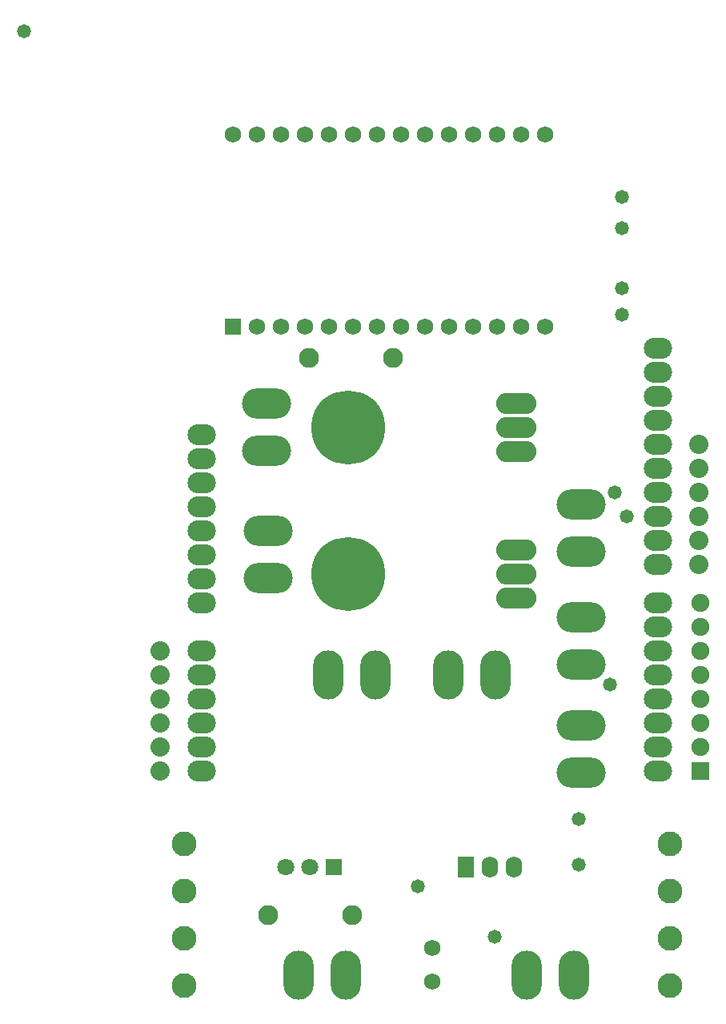
<source format=gbs>
G04 Layer_Color=8150272*
%FSLAX25Y25*%
%MOIN*%
G70*
G01*
G75*
%ADD58R,0.07099X0.07099*%
%ADD59C,0.07099*%
G04:AMPARAMS|DCode=60|XSize=204.85mil|YSize=126.11mil|CornerRadius=63.06mil|HoleSize=0mil|Usage=FLASHONLY|Rotation=0.000|XOffset=0mil|YOffset=0mil|HoleType=Round|Shape=RoundedRectangle|*
%AMROUNDEDRECTD60*
21,1,0.20485,0.00000,0,0,0.0*
21,1,0.07874,0.12611,0,0,0.0*
1,1,0.12611,0.03937,0.00000*
1,1,0.12611,-0.03937,0.00000*
1,1,0.12611,-0.03937,0.00000*
1,1,0.12611,0.03937,0.00000*
%
%ADD60ROUNDEDRECTD60*%
%ADD61C,0.10300*%
%ADD62C,0.10299*%
G04:AMPARAMS|DCode=63|XSize=204.85mil|YSize=126.11mil|CornerRadius=63.06mil|HoleSize=0mil|Usage=FLASHONLY|Rotation=90.000|XOffset=0mil|YOffset=0mil|HoleType=Round|Shape=RoundedRectangle|*
%AMROUNDEDRECTD63*
21,1,0.20485,0.00000,0,0,90.0*
21,1,0.07874,0.12611,0,0,90.0*
1,1,0.12611,0.00000,0.03937*
1,1,0.12611,0.00000,-0.03937*
1,1,0.12611,0.00000,-0.03937*
1,1,0.12611,0.00000,0.03937*
%
%ADD63ROUNDEDRECTD63*%
%ADD64R,0.06800X0.08800*%
%ADD65O,0.06800X0.08800*%
%ADD66C,0.06800*%
%ADD67C,0.08300*%
%ADD68R,0.06800X0.06800*%
%ADD69O,0.16800X0.08800*%
%ADD70C,0.30800*%
%ADD71C,0.07493*%
%ADD72R,0.07493X0.07493*%
%ADD73C,0.08000*%
%ADD74O,0.11800X0.08800*%
%ADD75C,0.05800*%
D58*
X185000Y175000D02*
D03*
D59*
X175000D02*
D03*
X165000D02*
D03*
D60*
X288000Y259157D02*
D03*
Y278843D02*
D03*
Y214157D02*
D03*
Y233843D02*
D03*
X157500Y295157D02*
D03*
Y314843D02*
D03*
X157000Y348157D02*
D03*
Y367843D02*
D03*
X288000Y306157D02*
D03*
Y325843D02*
D03*
D61*
X325000Y125472D02*
D03*
X122500D02*
D03*
D62*
X325000Y145157D02*
D03*
Y164843D02*
D03*
Y184528D02*
D03*
X122500Y145157D02*
D03*
Y164843D02*
D03*
Y184528D02*
D03*
D63*
X284843Y130000D02*
D03*
X265157D02*
D03*
X189843D02*
D03*
X170157D02*
D03*
X252343Y255000D02*
D03*
X232657D02*
D03*
X202343D02*
D03*
X182657D02*
D03*
D64*
X240000Y175000D02*
D03*
D65*
X250000D02*
D03*
X260000D02*
D03*
D66*
X225748Y141142D02*
D03*
Y127362D02*
D03*
X163000Y480000D02*
D03*
X173000D02*
D03*
X253000D02*
D03*
X243000D02*
D03*
X233000D02*
D03*
X223000D02*
D03*
X213000D02*
D03*
X203000D02*
D03*
X193000D02*
D03*
X183000D02*
D03*
X153000Y400000D02*
D03*
X163000D02*
D03*
X173000D02*
D03*
X183000D02*
D03*
X193000D02*
D03*
X203000D02*
D03*
X213000D02*
D03*
X223000D02*
D03*
X233000D02*
D03*
X243000D02*
D03*
X253000D02*
D03*
X263000D02*
D03*
X273000D02*
D03*
X143000Y480000D02*
D03*
X153000D02*
D03*
X263000D02*
D03*
X273000D02*
D03*
D67*
X192500Y155000D02*
D03*
X157500D02*
D03*
X174500Y387000D02*
D03*
X209500D02*
D03*
D68*
X143000Y400000D02*
D03*
D69*
X261000Y287000D02*
D03*
Y297000D02*
D03*
Y307000D02*
D03*
Y348000D02*
D03*
Y358000D02*
D03*
Y368000D02*
D03*
D70*
X191000Y297000D02*
D03*
Y358000D02*
D03*
D71*
X337500Y285000D02*
D03*
Y265000D02*
D03*
Y275000D02*
D03*
Y225000D02*
D03*
Y235000D02*
D03*
Y255000D02*
D03*
Y245000D02*
D03*
D72*
Y215000D02*
D03*
D73*
X337000Y351000D02*
D03*
Y341000D02*
D03*
Y331000D02*
D03*
Y321000D02*
D03*
Y311000D02*
D03*
Y301000D02*
D03*
X112500Y215000D02*
D03*
Y225000D02*
D03*
Y235000D02*
D03*
Y245000D02*
D03*
Y255000D02*
D03*
Y265000D02*
D03*
D74*
X320000Y215000D02*
D03*
Y341000D02*
D03*
Y351000D02*
D03*
Y361000D02*
D03*
Y371000D02*
D03*
Y381000D02*
D03*
Y391000D02*
D03*
Y331000D02*
D03*
Y321000D02*
D03*
Y311000D02*
D03*
Y301000D02*
D03*
Y235000D02*
D03*
Y245000D02*
D03*
Y255000D02*
D03*
Y265000D02*
D03*
Y275000D02*
D03*
Y285000D02*
D03*
Y225000D02*
D03*
X130000Y285000D02*
D03*
Y295000D02*
D03*
Y355000D02*
D03*
Y345000D02*
D03*
Y335000D02*
D03*
Y325000D02*
D03*
Y315000D02*
D03*
Y305000D02*
D03*
Y215000D02*
D03*
Y225000D02*
D03*
Y235000D02*
D03*
Y245000D02*
D03*
Y255000D02*
D03*
Y265000D02*
D03*
D75*
X302000Y331000D02*
D03*
X307000Y321000D02*
D03*
X220000Y167000D02*
D03*
X252000Y146000D02*
D03*
X305000Y441000D02*
D03*
Y405000D02*
D03*
Y454000D02*
D03*
Y416000D02*
D03*
X300000Y251000D02*
D03*
X287000Y176000D02*
D03*
Y195000D02*
D03*
X56000Y523000D02*
D03*
M02*

</source>
